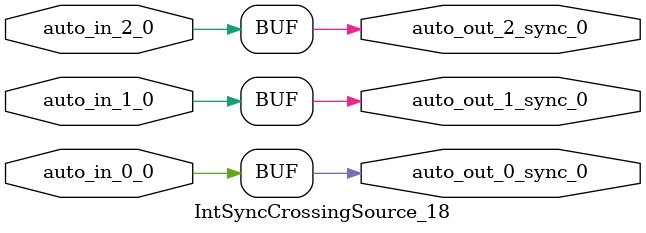
<source format=sv>
`ifndef RANDOMIZE
  `ifdef RANDOMIZE_MEM_INIT
    `define RANDOMIZE
  `endif // RANDOMIZE_MEM_INIT
`endif // not def RANDOMIZE
`ifndef RANDOMIZE
  `ifdef RANDOMIZE_REG_INIT
    `define RANDOMIZE
  `endif // RANDOMIZE_REG_INIT
`endif // not def RANDOMIZE

`ifndef RANDOM
  `define RANDOM $random
`endif // not def RANDOM

// Users can define INIT_RANDOM as general code that gets injected into the
// initializer block for modules with registers.
`ifndef INIT_RANDOM
  `define INIT_RANDOM
`endif // not def INIT_RANDOM

// If using random initialization, you can also define RANDOMIZE_DELAY to
// customize the delay used, otherwise 0.002 is used.
`ifndef RANDOMIZE_DELAY
  `define RANDOMIZE_DELAY 0.002
`endif // not def RANDOMIZE_DELAY

// Define INIT_RANDOM_PROLOG_ for use in our modules below.
`ifndef INIT_RANDOM_PROLOG_
  `ifdef RANDOMIZE
    `ifdef VERILATOR
      `define INIT_RANDOM_PROLOG_ `INIT_RANDOM
    `else  // VERILATOR
      `define INIT_RANDOM_PROLOG_ `INIT_RANDOM #`RANDOMIZE_DELAY begin end
    `endif // VERILATOR
  `else  // RANDOMIZE
    `define INIT_RANDOM_PROLOG_
  `endif // RANDOMIZE
`endif // not def INIT_RANDOM_PROLOG_

// Include register initializers in init blocks unless synthesis is set
`ifndef SYNTHESIS
  `ifndef ENABLE_INITIAL_REG_
    `define ENABLE_INITIAL_REG_
  `endif // not def ENABLE_INITIAL_REG_
`endif // not def SYNTHESIS

// Include rmemory initializers in init blocks unless synthesis is set
`ifndef SYNTHESIS
  `ifndef ENABLE_INITIAL_MEM_
    `define ENABLE_INITIAL_MEM_
  `endif // not def ENABLE_INITIAL_MEM_
`endif // not def SYNTHESIS

// Standard header to adapt well known macros for prints and assertions.

// Users can define 'PRINTF_COND' to add an extra gate to prints.
`ifndef PRINTF_COND_
  `ifdef PRINTF_COND
    `define PRINTF_COND_ (`PRINTF_COND)
  `else  // PRINTF_COND
    `define PRINTF_COND_ 1
  `endif // PRINTF_COND
`endif // not def PRINTF_COND_

// Users can define 'ASSERT_VERBOSE_COND' to add an extra gate to assert error printing.
`ifndef ASSERT_VERBOSE_COND_
  `ifdef ASSERT_VERBOSE_COND
    `define ASSERT_VERBOSE_COND_ (`ASSERT_VERBOSE_COND)
  `else  // ASSERT_VERBOSE_COND
    `define ASSERT_VERBOSE_COND_ 1
  `endif // ASSERT_VERBOSE_COND
`endif // not def ASSERT_VERBOSE_COND_

// Users can define 'STOP_COND' to add an extra gate to stop conditions.
`ifndef STOP_COND_
  `ifdef STOP_COND
    `define STOP_COND_ (`STOP_COND)
  `else  // STOP_COND
    `define STOP_COND_ 1
  `endif // STOP_COND
`endif // not def STOP_COND_

module IntSyncCrossingSource_18(
  input  auto_in_2_0,	// @[generators/rocket-chip/src/main/scala/diplomacy/LazyModule.scala:367:18]
         auto_in_1_0,	// @[generators/rocket-chip/src/main/scala/diplomacy/LazyModule.scala:367:18]
         auto_in_0_0,	// @[generators/rocket-chip/src/main/scala/diplomacy/LazyModule.scala:367:18]
  output auto_out_2_sync_0,	// @[generators/rocket-chip/src/main/scala/diplomacy/LazyModule.scala:367:18]
         auto_out_1_sync_0,	// @[generators/rocket-chip/src/main/scala/diplomacy/LazyModule.scala:367:18]
         auto_out_0_sync_0	// @[generators/rocket-chip/src/main/scala/diplomacy/LazyModule.scala:367:18]
);

  assign auto_out_2_sync_0 = auto_in_2_0;
  assign auto_out_1_sync_0 = auto_in_1_0;
  assign auto_out_0_sync_0 = auto_in_0_0;
endmodule


</source>
